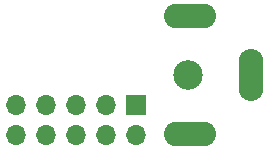
<source format=gbr>
%TF.GenerationSoftware,KiCad,Pcbnew,7.0.7*%
%TF.CreationDate,2023-09-15T23:53:17-05:00*%
%TF.ProjectId,composite-video-adapter,636f6d70-6f73-4697-9465-2d766964656f,rev?*%
%TF.SameCoordinates,Original*%
%TF.FileFunction,Soldermask,Top*%
%TF.FilePolarity,Negative*%
%FSLAX46Y46*%
G04 Gerber Fmt 4.6, Leading zero omitted, Abs format (unit mm)*
G04 Created by KiCad (PCBNEW 7.0.7) date 2023-09-15 23:53:17*
%MOMM*%
%LPD*%
G01*
G04 APERTURE LIST*
%ADD10C,2.500000*%
%ADD11O,4.400000X2.100000*%
%ADD12O,2.100000X4.400000*%
%ADD13R,1.700000X1.700000*%
%ADD14O,1.700000X1.700000*%
G04 APERTURE END LIST*
D10*
%TO.C,J2*%
X145697600Y-99190800D03*
D11*
X145897600Y-104190800D03*
D12*
X150997600Y-99190800D03*
D11*
X145897600Y-94190800D03*
%TD*%
D13*
%TO.C,J1*%
X141325600Y-101752400D03*
D14*
X141325600Y-104292400D03*
X138785600Y-101752400D03*
X138785600Y-104292400D03*
X136245600Y-101752400D03*
X136245600Y-104292400D03*
X133705600Y-101752400D03*
X133705600Y-104292400D03*
X131165600Y-101752400D03*
X131165600Y-104292400D03*
%TD*%
M02*

</source>
